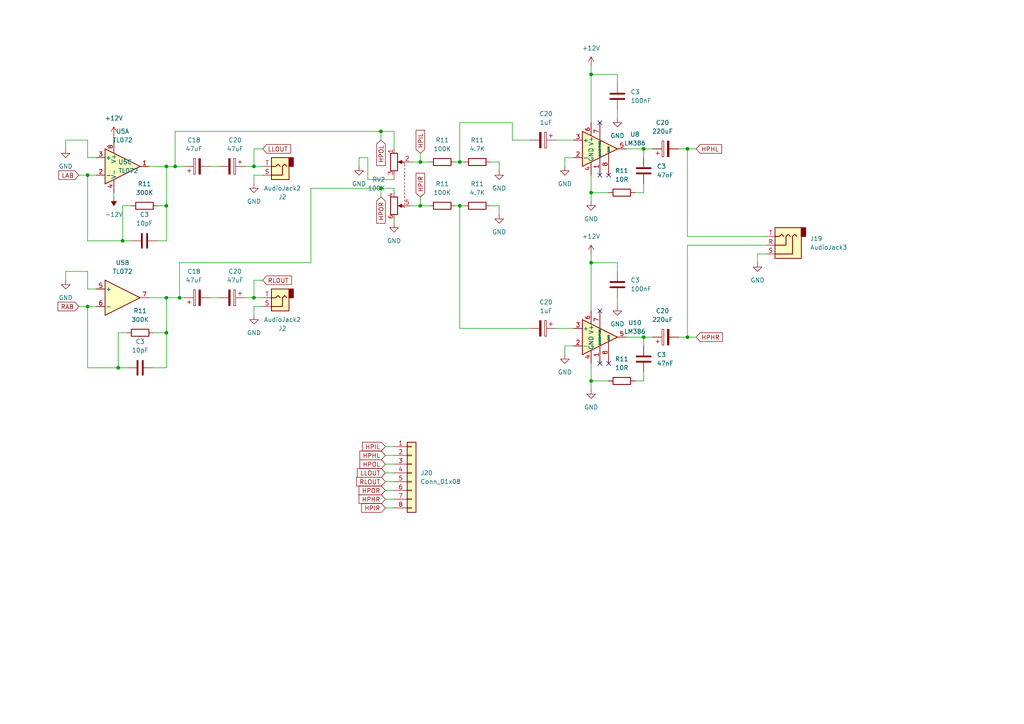
<source format=kicad_sch>
(kicad_sch (version 20230121) (generator eeschema)
  (paper "A4")
  (lib_symbols
    (symbol "Amplifier_Audio:LM386" (pin_names (offset 0.127))
      (property "Reference" "U" (at 1.27 7.62 0))
      (property "Value" "LM386" (at 1.27 5.08 0))
      (symbol "LM386_0_1"
        (polyline (pts (xy 5.08 0) (xy -5.08 5.08) (xy -5.08 -5.08) (xy 5.08 0)) (stroke (width 0.254)) (fill (type background)))
      )
      (symbol "LM386_1_1"
        (pin input line (at 0 -7.62 90) (length 5.08) (name "GAIN") (number "1"))
        (pin input line (at -7.62 -2.54 0) (length 2.54) (name "-") (number "2"))
        (pin input line (at -7.62 2.54 0) (length 2.54) (name "+") (number "3"))
        (pin power_in line (at -2.54 -7.62 90) (length 3.81) (name "GND") (number "4"))
        (pin output line (at 7.62 0 180) (length 2.54) (name "~") (number "5"))
        (pin power_in line (at -2.54 7.62 270) (length 3.81) (name "V+") (number "6"))
        (pin input line (at 0 7.62 270) (length 5.08) (name "BYPASS") (number "7"))
        (pin input line (at 2.54 -7.62 90) (length 6.35) (name "GAIN") (number "8"))
      )
    )
    (symbol "Amplifier_Operational:TL072" (pin_names (offset 0.127))
      (property "Reference" "U" (at 0 5.08 0))
      (property "Value" "TL072" (at 0 -5.08 0))
      (symbol "TL072_1_1"
        (polyline (pts (xy -5.08 5.08) (xy 5.08 0) (xy -5.08 -5.08) (xy -5.08 5.08)) (stroke (width 0.254)) (fill (type background)))
        (pin output line (at 7.62 0 180) (length 2.54) (name "~") (number "1"))
        (pin input line (at -7.62 -2.54 0) (length 2.54) (name "-") (number "2"))
        (pin input line (at -7.62 2.54 0) (length 2.54) (name "+") (number "3"))
      )
      (symbol "TL072_2_1"
        (polyline (pts (xy -5.08 5.08) (xy 5.08 0) (xy -5.08 -5.08) (xy -5.08 5.08)) (stroke (width 0.254)) (fill (type background)))
        (pin input line (at -7.62 2.54 0) (length 2.54) (name "+") (number "5"))
        (pin input line (at -7.62 -2.54 0) (length 2.54) (name "-") (number "6"))
        (pin output line (at 7.62 0 180) (length 2.54) (name "~") (number "7"))
      )
      (symbol "TL072_3_1"
        (pin power_in line (at -2.54 -7.62 90) (length 3.81) (name "V-") (number "4"))
        (pin power_in line (at -2.54 7.62 270) (length 3.81) (name "V+") (number "8"))
      )
    )
    (symbol "Connector-github:AudioJack2"
      (property "Reference" "J" (at 0 8.89 0))
      (property "Value" "AudioJack2" (at 0 6.35 0))
      (symbol "AudioJack2_0_1"
        (rectangle (start -3.81 0) (end -2.54 -2.54) (stroke (width 0.254)) (fill (type outline)))
        (rectangle (start -2.54 3.81) (end 2.54 -2.54) (stroke (width 0.254)) (fill (type background)))
        (polyline (pts (xy 0 0) (xy 0.635 -0.635) (xy 1.27 0) (xy 2.54 0)) (stroke (width 0.254)))
        (polyline (pts (xy 2.54 2.54) (xy -0.635 2.54) (xy -0.635 0) (xy -1.27 -0.635) (xy -1.905 0)) (stroke (width 0.254)))
      )
      (symbol "AudioJack2_1_1"
        (pin passive line (at 5.08 2.54 180) (length 2.54) (name "~") (number "S"))
        (pin passive line (at 5.08 0 180) (length 2.54) (name "~") (number "T"))
      )
    )
    (symbol "Connector-github:AudioJack3"
      (property "Reference" "J" (at 0 8.89 0))
      (property "Value" "AudioJack3" (at 0 6.35 0))
      (symbol "AudioJack3_0_1"
        (rectangle (start -5.08 -5.08) (end -6.35 -2.54) (stroke (width 0.254)) (fill (type outline)))
        (polyline (pts (xy 0 -2.54) (xy 0.635 -3.175) (xy 1.27 -2.54) (xy 2.54 -2.54)) (stroke (width 0.254)))
        (polyline (pts (xy -1.905 -2.54) (xy -1.27 -3.175) (xy -0.635 -2.54) (xy -0.635 0) (xy 2.54 0)) (stroke (width 0.254)))
        (polyline (pts (xy 2.54 2.54) (xy -2.54 2.54) (xy -2.54 -2.54) (xy -3.175 -3.175) (xy -3.81 -2.54)) (stroke (width 0.254)))
        (rectangle (start 2.54 3.81) (end -5.08 -5.08) (stroke (width 0.254)) (fill (type background)))
      )
      (symbol "AudioJack3_1_1"
        (pin passive line (at 5.08 0 180) (length 2.54) (name "~") (number "R"))
        (pin passive line (at 5.08 2.54 180) (length 2.54) (name "~") (number "S"))
        (pin passive line (at 5.08 -2.54 180) (length 2.54) (name "~") (number "T"))
      )
    )
    (symbol "Connector_Generic:Conn_01x08" (pin_names (offset 1.016) hide)
      (property "Reference" "J" (at 0 10.16 0))
      (property "Value" "Conn_01x08" (at 0 -12.7 0))
      (symbol "Conn_01x08_1_1"
        (rectangle (start -1.27 -10.033) (end 0 -10.287) (stroke (width 0.1524)))
        (rectangle (start -1.27 -7.493) (end 0 -7.747) (stroke (width 0.1524)))
        (rectangle (start -1.27 -4.953) (end 0 -5.207) (stroke (width 0.1524)))
        (rectangle (start -1.27 -2.413) (end 0 -2.667) (stroke (width 0.1524)))
        (rectangle (start -1.27 0.127) (end 0 -0.127) (stroke (width 0.1524)))
        (rectangle (start -1.27 2.667) (end 0 2.413) (stroke (width 0.1524)))
        (rectangle (start -1.27 5.207) (end 0 4.953) (stroke (width 0.1524)))
        (rectangle (start -1.27 7.747) (end 0 7.493) (stroke (width 0.1524)))
        (rectangle (start -1.27 8.89) (end 1.27 -11.43) (stroke (width 0.254)) (fill (type background)))
        (pin passive line (at -5.08 7.62 0) (length 3.81) (name "Pin_1") (number "1"))
        (pin passive line (at -5.08 5.08 0) (length 3.81) (name "Pin_2") (number "2"))
        (pin passive line (at -5.08 2.54 0) (length 3.81) (name "Pin_3") (number "3"))
        (pin passive line (at -5.08 0 0) (length 3.81) (name "Pin_4") (number "4"))
        (pin passive line (at -5.08 -2.54 0) (length 3.81) (name "Pin_5") (number "5"))
        (pin passive line (at -5.08 -5.08 0) (length 3.81) (name "Pin_6") (number "6"))
        (pin passive line (at -5.08 -7.62 0) (length 3.81) (name "Pin_7") (number "7"))
        (pin passive line (at -5.08 -10.16 0) (length 3.81) (name "Pin_8") (number "8"))
      )
    )
    (symbol "Device:C" (pin_numbers hide) (pin_names (offset 0.254))
      (property "Reference" "C" (at 0.635 2.54 0))
      (property "Value" "C" (at 0.635 -2.54 0))
      (symbol "C_0_1"
        (polyline (pts (xy -2.032 -0.762) (xy 2.032 -0.762)) (stroke (width 0.508)))
        (polyline (pts (xy -2.032 0.762) (xy 2.032 0.762)) (stroke (width 0.508)))
      )
      (symbol "C_1_1"
        (pin passive line (at 0 3.81 270) (length 2.794) (name "~") (number "1"))
        (pin passive line (at 0 -3.81 90) (length 2.794) (name "~") (number "2"))
      )
    )
    (symbol "Device:C_Polarized" (pin_numbers hide) (pin_names (offset 0.254))
      (property "Reference" "C" (at 0.635 2.54 0))
      (property "Value" "C_Polarized" (at 0.635 -2.54 0))
      (symbol "C_Polarized_0_1"
        (rectangle (start -2.286 0.508) (end 2.286 1.016))
        (polyline (pts (xy -1.778 2.286) (xy -0.762 2.286)))
        (polyline (pts (xy -1.27 2.794) (xy -1.27 1.778)))
        (rectangle (start 2.286 -0.508) (end -2.286 -1.016) (fill (type outline)))
      )
      (symbol "C_Polarized_1_1"
        (pin passive line (at 0 3.81 270) (length 2.794) (name "~") (number "1"))
        (pin passive line (at 0 -3.81 90) (length 2.794) (name "~") (number "2"))
      )
    )
    (symbol "Device:R" (pin_numbers hide) (pin_names (offset 0))
      (property "Reference" "R" (at 2.032 0 90))
      (property "Value" "R" (at 0 0 90))
      (symbol "R_0_1"
        (rectangle (start -1.016 -2.54) (end 1.016 2.54) (stroke (width 0.254)))
      )
      (symbol "R_1_1"
        (pin passive line (at 0 3.81 270) (length 1.27) (name "~") (number "1"))
        (pin passive line (at 0 -3.81 90) (length 1.27) (name "~") (number "2"))
      )
    )
    (symbol "Device:R_Potentiometer_Dual" (pin_names (offset 1.016) hide)
      (property "Reference" "RV" (at 0 3.81 0))
      (property "Value" "R_Potentiometer_Dual" (at 0 1.905 0))
      (symbol "R_Potentiometer_Dual_0_1"
        (rectangle (start -8.89 -1.524) (end -3.81 -3.556) (stroke (width 0.254)))
        (polyline (pts (xy -6.35 0) (xy -6.35 -1.016)))
        (polyline (pts (xy -6.35 0) (xy -6.35 -1.016)))
        (polyline (pts (xy -6.35 0) (xy -5.842 0.508)))
        (polyline (pts (xy -5.588 0.508) (xy -5.08 0.508)))
        (polyline (pts (xy -4.572 0.508) (xy -4.064 0.508)))
        (polyline (pts (xy -3.556 0.508) (xy -3.048 0.508)))
        (polyline (pts (xy -2.54 0.508) (xy -2.032 0.508)))
        (polyline (pts (xy -1.524 0.508) (xy -1.016 0.508)))
        (polyline (pts (xy -0.508 0.508) (xy 0 0.508)))
        (polyline (pts (xy 0.508 0.508) (xy 1.016 0.508)))
        (polyline (pts (xy 1.524 0.508) (xy 2.032 0.508)))
        (polyline (pts (xy 2.54 0.508) (xy 3.048 0.508)))
        (polyline (pts (xy 3.556 0.508) (xy 4.064 0.508)))
        (polyline (pts (xy 4.572 0.508) (xy 5.08 0.508)))
        (polyline (pts (xy 5.588 0.508) (xy 6.096 0.508)))
        (polyline (pts (xy 6.35 0) (xy 6.35 -1.016)))
        (polyline (pts (xy 6.35 0) (xy 6.35 -1.016)))
        (polyline (pts (xy 6.604 0.508) (xy 6.858 0.508) (xy 6.35 0)))
        (polyline (pts (xy -6.35 -1.397) (xy -6.858 -0.254) (xy -5.842 -0.254) (xy -6.35 -1.397)) (fill (type outline)))
        (polyline (pts (xy 6.35 -1.397) (xy 5.842 -0.254) (xy 6.858 -0.254) (xy 6.35 -1.397)) (fill (type outline)))
        (rectangle (start 3.81 -1.524) (end 8.89 -3.556) (stroke (width 0.254)))
      )
      (symbol "R_Potentiometer_Dual_1_1"
        (pin passive line (at -10.16 -2.54 0) (length 1.27) (name "1") (number "1"))
        (pin passive line (at -6.35 2.54 270) (length 2.54) (name "2") (number "2"))
        (pin passive line (at -2.54 -2.54 180) (length 1.27) (name "3") (number "3"))
        (pin passive line (at 2.54 -2.54 0) (length 1.27) (name "4") (number "4"))
        (pin passive line (at 6.35 2.54 270) (length 2.54) (name "5") (number "5"))
        (pin passive line (at 10.16 -2.54 180) (length 1.27) (name "6") (number "6"))
      )
    )
    (symbol "power:+12V" (power) (pin_names (offset 0))
      (property "Value" "+12V" (at 0 3.556 0))
      (symbol "+12V_0_1"
        (polyline (pts (xy -0.762 1.27) (xy 0 2.54)))
        (polyline (pts (xy 0 0) (xy 0 2.54)))
        (polyline (pts (xy 0 2.54) (xy 0.762 1.27)))
      )
      (symbol "+12V_1_1"
        (pin power_in line (at 0 0 90) (length 0) hide (name "+12V") (number "1"))
      )
    )
    (symbol "power:-12V" (power) (pin_names (offset 0))
      (property "Value" "-12V" (at 0 3.81 0))
      (symbol "-12V_0_0"
        (pin power_in line (at 0 0 90) (length 0) hide (name "-12V") (number "1"))
      )
      (symbol "-12V_0_1"
        (polyline (pts (xy 0 0) (xy 0 1.27) (xy 0.762 1.27) (xy 0 2.54) (xy -0.762 1.27) (xy 0 1.27)) (fill (type outline)))
      )
    )
    (symbol "power:GND" (power) (pin_names (offset 0))
      (property "Value" "GND" (at 0 -3.81 0))
      (symbol "GND_0_1"
        (polyline (pts (xy 0 0) (xy 0 -1.27) (xy 1.27 -1.27) (xy 0 -2.54) (xy -1.27 -1.27) (xy 0 -1.27)))
      )
      (symbol "GND_1_1"
        (pin power_in line (at 0 0 270) (length 0) hide (name "GND") (number "1"))
      )
    )
  )
  (junction (at 48.26 48.26))
  (junction (at 171.45 55.88))
  (junction (at 121.92 46.99))
  (junction (at 73.66 48.26))
  (junction (at 48.26 59.69))
  (junction (at 73.66 86.36))
  (junction (at 199.39 43.18))
  (junction (at 48.26 86.36))
  (junction (at 25.4 50.8))
  (junction (at 133.35 46.99))
  (junction (at 199.39 97.79))
  (junction (at 121.92 59.69))
  (junction (at 35.56 69.85))
  (junction (at 48.26 96.52))
  (junction (at 25.4 88.9))
  (junction (at 52.07 86.36))
  (junction (at 171.45 21.59))
  (junction (at 110.49 38.1))
  (junction (at 171.45 110.49))
  (junction (at 186.69 43.18))
  (junction (at 133.35 59.69))
  (junction (at 50.8 48.26))
  (junction (at 110.49 54.61))
  (junction (at 186.69 97.79))
  (junction (at 34.29 106.68))
  (junction (at 171.45 76.2))
  (no_connect (at 176.53 50.8))
  (no_connect (at 173.99 105.41))
  (no_connect (at 173.99 50.8))
  (no_connect (at 176.53 105.41))
  (no_connect (at 173.99 90.17))
  (no_connect (at 173.99 35.56))
  (wire (pts (xy 142.24 46.99) (xy 144.78 46.99)))
  (wire (pts (xy 114.3 38.1) (xy 110.49 38.1)))
  (wire (pts (xy 186.69 97.79) (xy 186.69 100.33)))
  (wire (pts (xy 121.92 57.15) (xy 121.92 59.69)))
  (wire (pts (xy 60.96 86.36) (xy 63.5 86.36)))
  (wire (pts (xy 25.4 106.68) (xy 25.4 88.9)))
  (wire (pts (xy 114.3 54.61) (xy 110.49 54.61)))
  (wire (pts (xy 38.1 59.69) (xy 35.56 59.69)))
  (wire (pts (xy 110.49 38.1) (xy 50.8 38.1)))
  (wire (pts (xy 111.76 132.08) (xy 114.3 132.08)))
  (wire (pts (xy 179.07 78.74) (xy 179.07 76.2)))
  (wire (pts (xy 133.35 46.99) (xy 134.62 46.99)))
  (wire (pts (xy 176.53 55.88) (xy 171.45 55.88)))
  (wire (pts (xy 179.07 21.59) (xy 171.45 21.59)))
  (wire (pts (xy 45.72 69.85) (xy 48.26 69.85)))
  (wire (pts (xy 111.76 134.62) (xy 114.3 134.62)))
  (wire (pts (xy 25.4 40.64) (xy 19.05 40.64)))
  (wire (pts (xy 132.08 46.99) (xy 133.35 46.99)))
  (wire (pts (xy 161.29 95.25) (xy 166.37 95.25)))
  (wire (pts (xy 110.49 54.61) (xy 110.49 57.15)))
  (wire (pts (xy 48.26 106.68) (xy 48.26 96.52)))
  (wire (pts (xy 45.72 59.69) (xy 48.26 59.69)))
  (wire (pts (xy 19.05 78.74) (xy 19.05 81.28)))
  (wire (pts (xy 25.4 50.8) (xy 27.94 50.8)))
  (wire (pts (xy 111.76 142.24) (xy 114.3 142.24)))
  (wire (pts (xy 121.92 44.45) (xy 121.92 46.99)))
  (wire (pts (xy 148.59 35.56) (xy 133.35 35.56)))
  (wire (pts (xy 73.66 81.28) (xy 73.66 86.36)))
  (wire (pts (xy 48.26 48.26) (xy 50.8 48.26)))
  (wire (pts (xy 133.35 95.25) (xy 133.35 59.69)))
  (wire (pts (xy 171.45 76.2) (xy 171.45 73.66)))
  (wire (pts (xy 52.07 86.36) (xy 53.34 86.36)))
  (wire (pts (xy 171.45 76.2) (xy 171.45 90.17)))
  (wire (pts (xy 132.08 59.69) (xy 133.35 59.69)))
  (wire (pts (xy 48.26 86.36) (xy 43.18 86.36)))
  (wire (pts (xy 114.3 43.18) (xy 114.3 38.1)))
  (wire (pts (xy 179.07 24.13) (xy 179.07 21.59)))
  (wire (pts (xy 121.92 46.99) (xy 124.46 46.99)))
  (wire (pts (xy 111.76 144.78) (xy 114.3 144.78)))
  (wire (pts (xy 186.69 107.95) (xy 186.69 110.49)))
  (wire (pts (xy 73.66 48.26) (xy 76.2 48.26)))
  (wire (pts (xy 38.1 69.85) (xy 35.56 69.85)))
  (wire (pts (xy 186.69 97.79) (xy 189.23 97.79)))
  (wire (pts (xy 144.78 46.99) (xy 144.78 49.53)))
  (wire (pts (xy 199.39 97.79) (xy 201.93 97.79)))
  (wire (pts (xy 34.29 106.68) (xy 25.4 106.68)))
  (wire (pts (xy 48.26 69.85) (xy 48.26 59.69)))
  (wire (pts (xy 48.26 96.52) (xy 48.26 86.36)))
  (wire (pts (xy 196.85 97.79) (xy 199.39 97.79)))
  (wire (pts (xy 196.85 43.18) (xy 199.39 43.18)))
  (wire (pts (xy 76.2 50.8) (xy 73.66 50.8)))
  (wire (pts (xy 73.66 86.36) (xy 76.2 86.36)))
  (wire (pts (xy 222.25 73.66) (xy 219.71 73.66)))
  (wire (pts (xy 148.59 40.64) (xy 153.67 40.64)))
  (wire (pts (xy 48.26 48.26) (xy 43.18 48.26)))
  (wire (pts (xy 219.71 73.66) (xy 219.71 76.2)))
  (wire (pts (xy 179.07 76.2) (xy 171.45 76.2)))
  (wire (pts (xy 33.02 39.37) (xy 33.02 40.64)))
  (wire (pts (xy 106.68 45.72) (xy 104.14 45.72)))
  (wire (pts (xy 104.14 45.72) (xy 104.14 48.26)))
  (wire (pts (xy 163.83 45.72) (xy 163.83 48.26)))
  (wire (pts (xy 153.67 95.25) (xy 133.35 95.25)))
  (wire (pts (xy 119.38 59.69) (xy 121.92 59.69)))
  (wire (pts (xy 171.45 21.59) (xy 171.45 35.56)))
  (wire (pts (xy 133.35 35.56) (xy 133.35 46.99)))
  (wire (pts (xy 114.3 55.88) (xy 114.3 54.61)))
  (wire (pts (xy 148.59 40.64) (xy 148.59 35.56)))
  (wire (pts (xy 48.26 86.36) (xy 52.07 86.36)))
  (wire (pts (xy 73.66 50.8) (xy 73.66 53.34)))
  (wire (pts (xy 90.17 54.61) (xy 90.17 76.2)))
  (wire (pts (xy 90.17 76.2) (xy 52.07 76.2)))
  (wire (pts (xy 199.39 43.18) (xy 201.93 43.18)))
  (wire (pts (xy 119.38 46.99) (xy 121.92 46.99)))
  (wire (pts (xy 33.02 55.88) (xy 33.02 57.15)))
  (wire (pts (xy 25.4 83.82) (xy 25.4 78.74)))
  (wire (pts (xy 76.2 81.28) (xy 73.66 81.28)))
  (wire (pts (xy 114.3 52.07) (xy 106.68 52.07)))
  (wire (pts (xy 76.2 43.18) (xy 73.66 43.18)))
  (wire (pts (xy 144.78 59.69) (xy 144.78 62.23)))
  (wire (pts (xy 22.86 88.9) (xy 25.4 88.9)))
  (wire (pts (xy 222.25 71.12) (xy 199.39 71.12)))
  (wire (pts (xy 25.4 88.9) (xy 27.94 88.9)))
  (wire (pts (xy 199.39 71.12) (xy 199.39 97.79)))
  (wire (pts (xy 34.29 96.52) (xy 34.29 106.68)))
  (wire (pts (xy 186.69 43.18) (xy 186.69 45.72)))
  (wire (pts (xy 222.25 68.58) (xy 199.39 68.58)))
  (wire (pts (xy 73.66 88.9) (xy 73.66 91.44)))
  (wire (pts (xy 171.45 55.88) (xy 171.45 58.42)))
  (wire (pts (xy 166.37 45.72) (xy 163.83 45.72)))
  (wire (pts (xy 110.49 54.61) (xy 90.17 54.61)))
  (wire (pts (xy 111.76 147.32) (xy 114.3 147.32)))
  (wire (pts (xy 73.66 43.18) (xy 73.66 48.26)))
  (wire (pts (xy 199.39 68.58) (xy 199.39 43.18)))
  (wire (pts (xy 50.8 48.26) (xy 53.34 48.26)))
  (wire (pts (xy 60.96 48.26) (xy 63.5 48.26)))
  (wire (pts (xy 171.45 110.49) (xy 171.45 113.03)))
  (wire (pts (xy 106.68 52.07) (xy 106.68 45.72)))
  (wire (pts (xy 166.37 100.33) (xy 163.83 100.33)))
  (wire (pts (xy 121.92 59.69) (xy 124.46 59.69)))
  (wire (pts (xy 50.8 38.1) (xy 50.8 48.26)))
  (wire (pts (xy 111.76 139.7) (xy 114.3 139.7)))
  (wire (pts (xy 35.56 69.85) (xy 25.4 69.85)))
  (wire (pts (xy 25.4 45.72) (xy 25.4 40.64)))
  (wire (pts (xy 44.45 96.52) (xy 48.26 96.52)))
  (wire (pts (xy 19.05 40.64) (xy 19.05 43.18)))
  (wire (pts (xy 25.4 78.74) (xy 19.05 78.74)))
  (wire (pts (xy 186.69 53.34) (xy 186.69 55.88)))
  (wire (pts (xy 181.61 97.79) (xy 186.69 97.79)))
  (wire (pts (xy 22.86 50.8) (xy 25.4 50.8)))
  (wire (pts (xy 71.12 48.26) (xy 73.66 48.26)))
  (wire (pts (xy 179.07 86.36) (xy 179.07 88.9)))
  (wire (pts (xy 52.07 76.2) (xy 52.07 86.36)))
  (wire (pts (xy 48.26 59.69) (xy 48.26 48.26)))
  (wire (pts (xy 36.83 96.52) (xy 34.29 96.52)))
  (wire (pts (xy 76.2 88.9) (xy 73.66 88.9)))
  (wire (pts (xy 186.69 110.49) (xy 184.15 110.49)))
  (wire (pts (xy 71.12 86.36) (xy 73.66 86.36)))
  (wire (pts (xy 179.07 31.75) (xy 179.07 34.29)))
  (wire (pts (xy 36.83 106.68) (xy 34.29 106.68)))
  (wire (pts (xy 181.61 43.18) (xy 186.69 43.18)))
  (wire (pts (xy 161.29 40.64) (xy 166.37 40.64)))
  (wire (pts (xy 111.76 137.16) (xy 114.3 137.16)))
  (wire (pts (xy 44.45 106.68) (xy 48.26 106.68)))
  (wire (pts (xy 142.24 59.69) (xy 144.78 59.69)))
  (wire (pts (xy 133.35 59.69) (xy 134.62 59.69)))
  (wire (pts (xy 110.49 38.1) (xy 110.49 40.64)))
  (wire (pts (xy 114.3 50.8) (xy 114.3 52.07)))
  (wire (pts (xy 171.45 110.49) (xy 171.45 105.41)))
  (wire (pts (xy 27.94 83.82) (xy 25.4 83.82)))
  (wire (pts (xy 114.3 63.5) (xy 114.3 64.77)))
  (wire (pts (xy 111.76 129.54) (xy 114.3 129.54)))
  (wire (pts (xy 186.69 55.88) (xy 184.15 55.88)))
  (wire (pts (xy 176.53 110.49) (xy 171.45 110.49)))
  (wire (pts (xy 186.69 43.18) (xy 189.23 43.18)))
  (wire (pts (xy 35.56 59.69) (xy 35.56 69.85)))
  (wire (pts (xy 171.45 21.59) (xy 171.45 19.05)))
  (wire (pts (xy 171.45 55.88) (xy 171.45 50.8)))
  (wire (pts (xy 163.83 100.33) (xy 163.83 102.87)))
  (wire (pts (xy 25.4 69.85) (xy 25.4 50.8)))
  (wire (pts (xy 27.94 45.72) (xy 25.4 45.72)))
  (global_label "LLOUT" (shape input) (at 76.2 43.18 0) (property "Intersheetrefs" "${INTERSHEET_REFS}" (effects hide)))
  (global_label "HPOL" (shape input) (at 111.76 134.62 180) (property "Intersheetrefs" "${INTERSHEET_REFS}" (effects hide)))
  (global_label "HPOR" (shape input) (at 111.76 142.24 180) (property "Intersheetrefs" "${INTERSHEET_REFS}" (effects hide)))
  (global_label "RLOUT" (shape input) (at 111.76 139.7 180) (property "Intersheetrefs" "${INTERSHEET_REFS}" (effects hide)))
  (global_label "HPHL" (shape input) (at 201.93 43.18 0) (property "Intersheetrefs" "${INTERSHEET_REFS}" (effects hide)))
  (global_label "HPIR" (shape input) (at 111.76 147.32 180) (property "Intersheetrefs" "${INTERSHEET_REFS}" (effects hide)))
  (global_label "RAB" (shape input) (at 22.86 88.9 180) (property "Intersheetrefs" "${INTERSHEET_REFS}" (effects hide)))
  (global_label "HPHL" (shape input) (at 111.76 132.08 180) (property "Intersheetrefs" "${INTERSHEET_REFS}" (effects hide)))
  (global_label "LAB" (shape input) (at 22.86 50.8 180) (property "Intersheetrefs" "${INTERSHEET_REFS}" (effects hide)))
  (global_label "HPHR" (shape input) (at 111.76 144.78 180) (property "Intersheetrefs" "${INTERSHEET_REFS}" (effects hide)))
  (global_label "HPIL" (shape input) (at 121.92 44.45 90) (property "Intersheetrefs" "${INTERSHEET_REFS}" (effects hide)))
  (global_label "HPIR" (shape input) (at 121.92 57.15 90) (property "Intersheetrefs" "${INTERSHEET_REFS}" (effects hide)))
  (global_label "RLOUT" (shape input) (at 76.2 81.28 0) (property "Intersheetrefs" "${INTERSHEET_REFS}" (effects hide)))
  (global_label "HPOR" (shape input) (at 110.49 57.15 270) (property "Intersheetrefs" "${INTERSHEET_REFS}" (effects hide)))
  (global_label "HPOL" (shape input) (at 110.49 40.64 270) (property "Intersheetrefs" "${INTERSHEET_REFS}" (effects hide)))
  (global_label "HPHR" (shape input) (at 201.93 97.79 0) (property "Intersheetrefs" "${INTERSHEET_REFS}" (effects hide)))
  (global_label "HPIL" (shape input) (at 111.76 129.54 180) (property "Intersheetrefs" "${INTERSHEET_REFS}" (effects hide)))
  (global_label "LLOUT" (shape input) (at 111.76 137.16 180) (property "Intersheetrefs" "${INTERSHEET_REFS}" (effects hide)))
  (symbol (lib_id "power:+12V") (at 171.45 19.05 0) (unit 1)
    (property "Reference" "#PWR074" (effects hide))
    (property "Value" "+12V" (at 171.45 13.97 0))
  )
  (symbol (lib_id "Device:C_Polarized") (at 193.04 97.79 90) (unit 1)
    (property "Reference" "C20" (at 192.151 90.17 90))
    (property "Value" "220uF" (at 192.151 92.71 90))
    (property "Footprint" "Capacitor_THT:CP_Radial_D6.3mm_P2.50mm" (effects hide))
    (instances (project "Mixer" (path "" (reference "C20") (unit 1)) (path "" (reference "C26") (unit 1)) (path "" (reference "C44") (unit 1))))
  )
  (symbol (lib_id "Device:C") (at 179.07 82.55 180) (unit 1)
    (property "Reference" "C3" (at 182.88 81.28 0) (effects (justify right)))
    (property "Value" "100nF" (at 182.88 83.82 0) (effects (justify right)))
    (property "Footprint" "Capacitor_THT:C_Disc_D5.0mm_W2.5mm_P2.50mm" (effects hide))
    (instances (project "Mixer" (path "" (reference "C3") (unit 1)) (path "" (reference "C1") (unit 1)) (path "" (reference "C5") (unit 1)) (path "" (reference "C7") (unit 1)) (path "" (reference "C42") (unit 1))))
  )
  (symbol (lib_id "power:GND") (at 144.78 62.23 0) (unit 1)
    (property "Reference" "#PWR056" (effects hide))
    (property "Value" "GND" (at 144.78 67.31 0))
    (instances (project "Mixer" (path "" (reference "#PWR056") (unit 1)) (path "" (reference "#PWR062") (unit 1)) (path "" (reference "#PWR071") (unit 1))))
  )
  (symbol (lib_id "Amplifier_Audio:LM386") (at 173.99 43.18 0) (unit 1)
    (property "Reference" "U8" (at 184.15 38.9891 0))
    (property "Value" "LM386" (at 184.15 41.5291 0))
    (property "Footprint" "Package_DIP:DIP-8_W7.62mm_Socket_LongPads" (effects hide))
    (property "Datasheet" "http://www.ti.com/lit/ds/symlink/lm386.pdf" (effects hide))
  )
  (symbol (lib_id "Device:R") (at 40.64 96.52 90) (unit 1)
    (property "Reference" "R11" (at 40.64 90.17 90))
    (property "Value" "300K" (at 40.64 92.71 90))
    (property "Footprint" "Library:R_Axial_DIN0207_L6.3mm_D2.5mm_P7.62mm_Horizontal" (effects hide))
    (instances (project "Mixer" (path "" (reference "R11") (unit 1)) (path "" (reference "R1") (unit 1)) (path "" (reference "R21") (unit 1)) (path "" (reference "R31") (unit 1)) (path "" (reference "R55") (unit 1))))
  )
  (symbol (lib_id "Device:R") (at 128.27 46.99 90) (unit 1)
    (property "Reference" "R11" (at 128.27 40.64 90))
    (property "Value" "100K" (at 128.27 43.18 90))
    (property "Footprint" "Library:R_Axial_DIN0207_L6.3mm_D2.5mm_P7.62mm_Horizontal" (effects hide))
    (instances (project "Mixer" (path "" (reference "R11") (unit 1)) (path "" (reference "R1") (unit 1)) (path "" (reference "R21") (unit 1)) (path "" (reference "R31") (unit 1)) (path "" (reference "R56") (unit 1))))
  )
  (symbol (lib_id "Device:C_Polarized") (at 67.31 86.36 270) (unit 1)
    (property "Reference" "C20" (at 68.199 78.74 90))
    (property "Value" "47uF" (at 68.199 81.28 90))
    (property "Footprint" "Capacitor_THT:CP_Radial_D6.3mm_P2.50mm" (effects hide))
    (instances (project "Mixer" (path "" (reference "C20") (unit 1)) (path "" (reference "C26") (unit 1)) (path "" (reference "C36") (unit 1))))
  )
  (symbol (lib_id "Connector-github:AudioJack2") (at 81.28 48.26 180) (unit 1) (on_board no)
    (property "Reference" "J2" (at 81.915 57.15 0))
    (property "Value" "AudioJack2" (at 81.915 54.61 0))
    (instances (project "Mixer" (path "" (reference "J2") (unit 1)) (path "" (reference "J1") (unit 1)) (path "" (reference "J3") (unit 1)) (path "" (reference "J4") (unit 1)) (path "" (reference "J7") (unit 1)) (path "" (reference "J5") (unit 1)) (path "" (reference "J16") (unit 1)) (path "" (reference "J18") (unit 1)) (path "" (reference "J13") (unit 1))))
  )
  (symbol (lib_id "Device:C_Polarized") (at 157.48 40.64 270) (unit 1)
    (property "Reference" "C20" (at 158.369 33.02 90))
    (property "Value" "1uF" (at 158.369 35.56 90))
    (property "Footprint" "Capacitor_THT:CP_Radial_D6.3mm_P2.50mm" (effects hide))
    (instances (project "Mixer" (path "" (reference "C20") (unit 1)) (path "" (reference "C26") (unit 1)) (path "" (reference "C38") (unit 1))))
  )
  (symbol (lib_id "Device:R") (at 138.43 59.69 270) (unit 1)
    (property "Reference" "R11" (at 138.43 53.34 90))
    (property "Value" "4.7K" (at 138.43 55.88 90))
    (property "Footprint" "Library:R_Axial_DIN0207_L6.3mm_D2.5mm_P7.62mm_Horizontal" (effects hide))
    (instances (project "Mixer" (path "" (reference "R11") (unit 1)) (path "" (reference "R1") (unit 1)) (path "" (reference "R21") (unit 1)) (path "" (reference "R31") (unit 1)) (path "" (reference "R59") (unit 1))))
  )
  (symbol (lib_id "Device:C_Polarized") (at 157.48 95.25 270) (unit 1)
    (property "Reference" "C20" (at 158.369 87.63 90))
    (property "Value" "1uF" (at 158.369 90.17 90))
    (property "Footprint" "Capacitor_THT:CP_Radial_D6.3mm_P2.50mm" (effects hide))
    (instances (project "Mixer" (path "" (reference "C20") (unit 1)) (path "" (reference "C26") (unit 1)) (path "" (reference "C41") (unit 1))))
  )
  (symbol (lib_id "Device:C") (at 186.69 49.53 180) (unit 1)
    (property "Reference" "C3" (at 190.5 48.26 0) (effects (justify right)))
    (property "Value" "47nF" (at 190.5 50.8 0) (effects (justify right)))
    (property "Footprint" "Capacitor_THT:C_Disc_D5.0mm_W2.5mm_P2.50mm" (effects hide))
    (instances (project "Mixer" (path "" (reference "C3") (unit 1)) (path "" (reference "C1") (unit 1)) (path "" (reference "C5") (unit 1)) (path "" (reference "C7") (unit 1)) (path "" (reference "C40") (unit 1))))
  )
  (symbol (lib_id "Device:C_Polarized") (at 67.31 48.26 270) (unit 1)
    (property "Reference" "C20" (at 68.199 40.64 90))
    (property "Value" "47uF" (at 68.199 43.18 90))
    (property "Footprint" "Capacitor_THT:CP_Radial_D6.3mm_P2.50mm" (effects hide))
    (instances (project "Mixer" (path "" (reference "C20") (unit 1)) (path "" (reference "C26") (unit 1)) (path "" (reference "C34") (unit 1))))
  )
  (symbol (lib_id "power:GND") (at 19.05 81.28 0) (unit 1)
    (property "Reference" "#PWR065" (effects hide))
    (property "Value" "GND" (at 19.05 86.36 0))
  )
  (symbol (lib_id "Device:R_Potentiometer_Dual") (at 116.84 53.34 270) (unit 1) (on_board no)
    (property "Reference" "RV2" (at 111.76 52.07 90) (effects (justify right)))
    (property "Value" "100K" (at 111.76 54.61 90) (effects (justify right)))
    (instances (project "Mixer" (path "" (reference "RV2") (unit 1)) (path "" (reference "RV1") (unit 1)) (path "" (reference "RV4") (unit 1)) (path "" (reference "RV3") (unit 1)) (path "" (reference "RV5") (unit 1))))
  )
  (symbol (lib_id "power:GND") (at 73.66 53.34 0) (unit 1)
    (property "Reference" "#PWR056" (effects hide))
    (property "Value" "GND" (at 73.66 58.42 0))
    (instances (project "Mixer" (path "" (reference "#PWR056") (unit 1)) (path "" (reference "#PWR062") (unit 1)) (path "" (reference "#PWR066") (unit 1))))
  )
  (symbol (lib_id "Amplifier_Operational:TL072") (at 35.56 48.26 0) (unit 1)
    (property "Reference" "U5" (at 35.56 38.1 0))
    (property "Value" "TL072" (at 35.56 40.64 0))
    (property "Footprint" "Package_DIP:DIP-8_W7.62mm_Socket_LongPads" (effects hide))
    (property "Datasheet" "http://www.ti.com/lit/ds/symlink/tl071.pdf" (effects hide))
  )
  (symbol (lib_id "power:GND") (at 179.07 88.9 0) (unit 1)
    (property "Reference" "#PWR056" (effects hide))
    (property "Value" "GND" (at 179.07 93.98 0))
    (instances (project "Mixer" (path "" (reference "#PWR056") (unit 1)) (path "" (reference "#PWR062") (unit 1)) (path "" (reference "#PWR079") (unit 1))))
  )
  (symbol (lib_id "power:GND") (at 73.66 91.44 0) (unit 1)
    (property "Reference" "#PWR056" (effects hide))
    (property "Value" "GND" (at 73.66 96.52 0))
    (instances (project "Mixer" (path "" (reference "#PWR056") (unit 1)) (path "" (reference "#PWR062") (unit 1)) (path "" (reference "#PWR067") (unit 1))))
  )
  (symbol (lib_id "Device:C") (at 41.91 69.85 90) (unit 1)
    (property "Reference" "C3" (at 41.91 62.23 90))
    (property "Value" "10pF" (at 41.91 64.77 90))
    (property "Footprint" "Capacitor_THT:C_Disc_D5.0mm_W2.5mm_P2.50mm" (effects hide))
    (instances (project "Mixer" (path "" (reference "C3") (unit 1)) (path "" (reference "C1") (unit 1)) (path "" (reference "C5") (unit 1)) (path "" (reference "C7") (unit 1)) (path "" (reference "C31") (unit 1))))
  )
  (symbol (lib_id "Device:C") (at 40.64 106.68 90) (unit 1)
    (property "Reference" "C3" (at 40.64 99.06 90))
    (property "Value" "10pF" (at 40.64 101.6 90))
    (property "Footprint" "Capacitor_THT:C_Disc_D5.0mm_W2.5mm_P2.50mm" (effects hide))
    (instances (project "Mixer" (path "" (reference "C3") (unit 1)) (path "" (reference "C1") (unit 1)) (path "" (reference "C5") (unit 1)) (path "" (reference "C7") (unit 1)) (path "" (reference "C32") (unit 1))))
  )
  (symbol (lib_id "Amplifier_Operational:TL072") (at 35.56 48.26 0) (unit 3)
    (property "Reference" "U5" (at 34.29 46.99 0) (effects (justify left)))
    (property "Value" "TL072" (at 34.29 49.53 0) (effects (justify left)))
    (property "Footprint" "Package_DIP:DIP-8_W7.62mm_Socket_LongPads" (effects hide))
    (property "Datasheet" "http://www.ti.com/lit/ds/symlink/tl071.pdf" (effects hide))
  )
  (symbol (lib_id "power:GND") (at 219.71 76.2 0) (unit 1)
    (property "Reference" "#PWR056" (effects hide))
    (property "Value" "GND" (at 219.71 81.28 0))
    (instances (project "Mixer" (path "" (reference "#PWR056") (unit 1)) (path "" (reference "#PWR062") (unit 1)) (path "" (reference "#PWR080") (unit 1))))
  )
  (symbol (lib_id "power:GND") (at 104.14 48.26 0) (unit 1)
    (property "Reference" "#PWR056" (effects hide))
    (property "Value" "GND" (at 104.14 53.34 0))
    (instances (project "Mixer" (path "" (reference "#PWR056") (unit 1)) (path "" (reference "#PWR062") (unit 1)) (path "" (reference "#PWR068") (unit 1))))
  )
  (symbol (lib_id "power:GND") (at 163.83 102.87 0) (unit 1)
    (property "Reference" "#PWR056" (effects hide))
    (property "Value" "GND" (at 163.83 107.95 0))
    (instances (project "Mixer" (path "" (reference "#PWR056") (unit 1)) (path "" (reference "#PWR062") (unit 1)) (path "" (reference "#PWR076") (unit 1))))
  )
  (symbol (lib_id "Device:C") (at 179.07 27.94 180) (unit 1)
    (property "Reference" "C3" (at 182.88 26.67 0) (effects (justify right)))
    (property "Value" "100nF" (at 182.88 29.21 0) (effects (justify right)))
    (property "Footprint" "Capacitor_THT:C_Disc_D5.0mm_W2.5mm_P2.50mm" (effects hide))
    (instances (project "Mixer" (path "" (reference "C3") (unit 1)) (path "" (reference "C1") (unit 1)) (path "" (reference "C5") (unit 1)) (path "" (reference "C7") (unit 1)) (path "" (reference "C37") (unit 1))))
  )
  (symbol (lib_id "Amplifier_Audio:LM386") (at 173.99 97.79 0) (unit 1)
    (property "Reference" "U10" (at 184.15 93.5991 0))
    (property "Value" "LM386" (at 184.15 96.1391 0))
    (property "Footprint" "Package_DIP:DIP-8_W7.62mm_Socket_LongPads" (effects hide))
    (property "Datasheet" "http://www.ti.com/lit/ds/symlink/lm386.pdf" (effects hide))
  )
  (symbol (lib_id "Device:R") (at 41.91 59.69 90) (unit 1)
    (property "Reference" "R11" (at 41.91 53.34 90))
    (property "Value" "300K" (at 41.91 55.88 90))
    (property "Footprint" "Library:R_Axial_DIN0207_L6.3mm_D2.5mm_P7.62mm_Horizontal" (effects hide))
    (instances (project "Mixer" (path "" (reference "R11") (unit 1)) (path "" (reference "R1") (unit 1)) (path "" (reference "R21") (unit 1)) (path "" (reference "R31") (unit 1)) (path "" (reference "R50") (unit 1))))
  )
  (symbol (lib_id "Device:R") (at 138.43 46.99 270) (unit 1)
    (property "Reference" "R11" (at 138.43 40.64 90))
    (property "Value" "4.7K" (at 138.43 43.18 90))
    (property "Footprint" "Library:R_Axial_DIN0207_L6.3mm_D2.5mm_P7.62mm_Horizontal" (effects hide))
    (instances (project "Mixer" (path "" (reference "R11") (unit 1)) (path "" (reference "R1") (unit 1)) (path "" (reference "R21") (unit 1)) (path "" (reference "R31") (unit 1)) (path "" (reference "R57") (unit 1))))
  )
  (symbol (lib_id "Connector-github:AudioJack2") (at 81.28 86.36 180) (unit 1) (on_board no)
    (property "Reference" "J2" (at 81.915 95.25 0))
    (property "Value" "AudioJack2" (at 81.915 92.71 0))
    (instances (project "Mixer" (path "" (reference "J2") (unit 1)) (path "" (reference "J1") (unit 1)) (path "" (reference "J3") (unit 1)) (path "" (reference "J4") (unit 1)) (path "" (reference "J7") (unit 1)) (path "" (reference "J5") (unit 1)) (path "" (reference "J16") (unit 1)) (path "" (reference "J18") (unit 1)) (path "" (reference "J14") (unit 1))))
  )
  (symbol (lib_id "Connector_Generic:Conn_01x08") (at 119.38 137.16 0) (unit 1)
    (property "Reference" "J20" (at 121.92 137.16 0) (effects (justify left)))
    (property "Value" "Conn_01x08" (at 121.92 139.7 0) (effects (justify left)))
    (property "Footprint" "Connector_PinHeader_2.54mm:PinHeader_1x08_P2.54mm_Vertical" (effects hide))
  )
  (symbol (lib_id "Connector-github:AudioJack3") (at 227.33 71.12 180) (unit 1) (on_board no)
    (property "Reference" "J19" (at 234.95 69.215 0) (effects (justify right)))
    (property "Value" "AudioJack3" (at 234.95 71.755 0) (effects (justify right)))
  )
  (symbol (lib_id "Device:C_Polarized") (at 57.15 48.26 90) (unit 1)
    (property "Reference" "C18" (at 56.261 40.64 90))
    (property "Value" "47uF" (at 56.261 43.18 90))
    (property "Footprint" "Capacitor_THT:CP_Radial_D6.3mm_P2.50mm" (effects hide))
    (instances (project "Mixer" (path "" (reference "C18") (unit 1)) (path "" (reference "C24") (unit 1)) (path "" (reference "C33") (unit 1))))
  )
  (symbol (lib_id "power:GND") (at 171.45 113.03 0) (unit 1)
    (property "Reference" "#PWR056" (effects hide))
    (property "Value" "GND" (at 171.45 118.11 0))
    (instances (project "Mixer" (path "" (reference "#PWR056") (unit 1)) (path "" (reference "#PWR062") (unit 1)) (path "" (reference "#PWR078") (unit 1))))
  )
  (symbol (lib_id "power:+12V") (at 171.45 73.66 0) (unit 1)
    (property "Reference" "#PWR077" (effects hide))
    (property "Value" "+12V" (at 171.45 68.58 0))
  )
  (symbol (lib_id "power:GND") (at 144.78 49.53 0) (unit 1)
    (property "Reference" "#PWR056" (effects hide))
    (property "Value" "GND" (at 144.78 54.61 0))
    (instances (project "Mixer" (path "" (reference "#PWR056") (unit 1)) (path "" (reference "#PWR062") (unit 1)) (path "" (reference "#PWR070") (unit 1))))
  )
  (symbol (lib_id "Device:R") (at 180.34 110.49 270) (unit 1)
    (property "Reference" "R11" (at 180.34 104.14 90))
    (property "Value" "10R" (at 180.34 106.68 90))
    (property "Footprint" "Library:R_Axial_DIN0207_L6.3mm_D2.5mm_P7.62mm_Horizontal" (effects hide))
    (instances (project "Mixer" (path "" (reference "R11") (unit 1)) (path "" (reference "R1") (unit 1)) (path "" (reference "R21") (unit 1)) (path "" (reference "R31") (unit 1)) (path "" (reference "R61") (unit 1))))
  )
  (symbol (lib_id "Amplifier_Operational:TL072") (at 35.56 86.36 0) (unit 2)
    (property "Reference" "U5" (at 35.56 76.2 0))
    (property "Value" "TL072" (at 35.56 78.74 0))
    (property "Footprint" "Package_DIP:DIP-8_W7.62mm_Socket_LongPads" (effects hide))
    (property "Datasheet" "http://www.ti.com/lit/ds/symlink/tl071.pdf" (effects hide))
  )
  (symbol (lib_id "power:-12V") (at 33.02 57.15 180) (unit 1)
    (property "Reference" "#PWR064" (effects hide))
    (property "Value" "-12V" (at 33.02 62.23 0))
  )
  (symbol (lib_id "Device:C") (at 186.69 104.14 180) (unit 1)
    (property "Reference" "C3" (at 190.5 102.87 0) (effects (justify right)))
    (property "Value" "47nF" (at 190.5 105.41 0) (effects (justify right)))
    (property "Footprint" "Capacitor_THT:C_Disc_D5.0mm_W2.5mm_P2.50mm" (effects hide))
    (instances (project "Mixer" (path "" (reference "C3") (unit 1)) (path "" (reference "C1") (unit 1)) (path "" (reference "C5") (unit 1)) (path "" (reference "C7") (unit 1)) (path "" (reference "C43") (unit 1))))
  )
  (symbol (lib_id "Device:R") (at 128.27 59.69 90) (unit 1)
    (property "Reference" "R11" (at 128.27 53.34 90))
    (property "Value" "100K" (at 128.27 55.88 90))
    (property "Footprint" "Library:R_Axial_DIN0207_L6.3mm_D2.5mm_P7.62mm_Horizontal" (effects hide))
    (instances (project "Mixer" (path "" (reference "R11") (unit 1)) (path "" (reference "R1") (unit 1)) (path "" (reference "R21") (unit 1)) (path "" (reference "R31") (unit 1)) (path "" (reference "R58") (unit 1))))
  )
  (symbol (lib_id "power:GND") (at 114.3 64.77 0) (unit 1)
    (property "Reference" "#PWR056" (effects hide))
    (property "Value" "GND" (at 114.3 69.85 0))
    (instances (project "Mixer" (path "" (reference "#PWR056") (unit 1)) (path "" (reference "#PWR062") (unit 1)) (path "" (reference "#PWR069") (unit 1))))
  )
  (symbol (lib_id "Device:C_Polarized") (at 193.04 43.18 90) (unit 1)
    (property "Reference" "C20" (at 192.151 35.56 90))
    (property "Value" "220uF" (at 192.151 38.1 90))
    (property "Footprint" "Capacitor_THT:CP_Radial_D6.3mm_P2.50mm" (effects hide))
    (instances (project "Mixer" (path "" (reference "C20") (unit 1)) (path "" (reference "C26") (unit 1)) (path "" (reference "C39") (unit 1))))
  )
  (symbol (lib_id "power:GND") (at 163.83 48.26 0) (unit 1)
    (property "Reference" "#PWR056" (effects hide))
    (property "Value" "GND" (at 163.83 53.34 0))
    (instances (project "Mixer" (path "" (reference "#PWR056") (unit 1)) (path "" (reference "#PWR062") (unit 1)) (path "" (reference "#PWR072") (unit 1))))
  )
  (symbol (lib_id "power:GND") (at 179.07 34.29 0) (unit 1)
    (property "Reference" "#PWR056" (effects hide))
    (property "Value" "GND" (at 179.07 39.37 0))
    (instances (project "Mixer" (path "" (reference "#PWR056") (unit 1)) (path "" (reference "#PWR062") (unit 1)) (path "" (reference "#PWR073") (unit 1))))
  )
  (symbol (lib_id "power:+12V") (at 33.02 39.37 0) (unit 1)
    (property "Reference" "#PWR063" (effects hide))
    (property "Value" "+12V" (at 33.02 34.29 0))
  )
  (symbol (lib_id "Device:R") (at 180.34 55.88 270) (unit 1)
    (property "Reference" "R11" (at 180.34 49.53 90))
    (property "Value" "10R" (at 180.34 52.07 90))
    (property "Footprint" "Library:R_Axial_DIN0207_L6.3mm_D2.5mm_P7.62mm_Horizontal" (effects hide))
    (instances (project "Mixer" (path "" (reference "R11") (unit 1)) (path "" (reference "R1") (unit 1)) (path "" (reference "R21") (unit 1)) (path "" (reference "R31") (unit 1)) (path "" (reference "R60") (unit 1))))
  )
  (symbol (lib_id "power:GND") (at 171.45 58.42 0) (unit 1)
    (property "Reference" "#PWR056" (effects hide))
    (property "Value" "GND" (at 171.45 63.5 0))
    (instances (project "Mixer" (path "" (reference "#PWR056") (unit 1)) (path "" (reference "#PWR062") (unit 1)) (path "" (reference "#PWR075") (unit 1))))
  )
  (symbol (lib_id "power:GND") (at 19.05 43.18 0) (unit 1)
    (property "Reference" "#PWR050" (effects hide))
    (property "Value" "GND" (at 19.05 48.26 0))
  )
  (symbol (lib_id "Device:C_Polarized") (at 57.15 86.36 90) (unit 1)
    (property "Reference" "C18" (at 56.261 78.74 90))
    (property "Value" "47uF" (at 56.261 81.28 90))
    (property "Footprint" "Capacitor_THT:CP_Radial_D6.3mm_P2.50mm" (effects hide))
    (instances (project "Mixer" (path "" (reference "C18") (unit 1)) (path "" (reference "C24") (unit 1)) (path "" (reference "C35") (unit 1))))
  )
)
</source>
